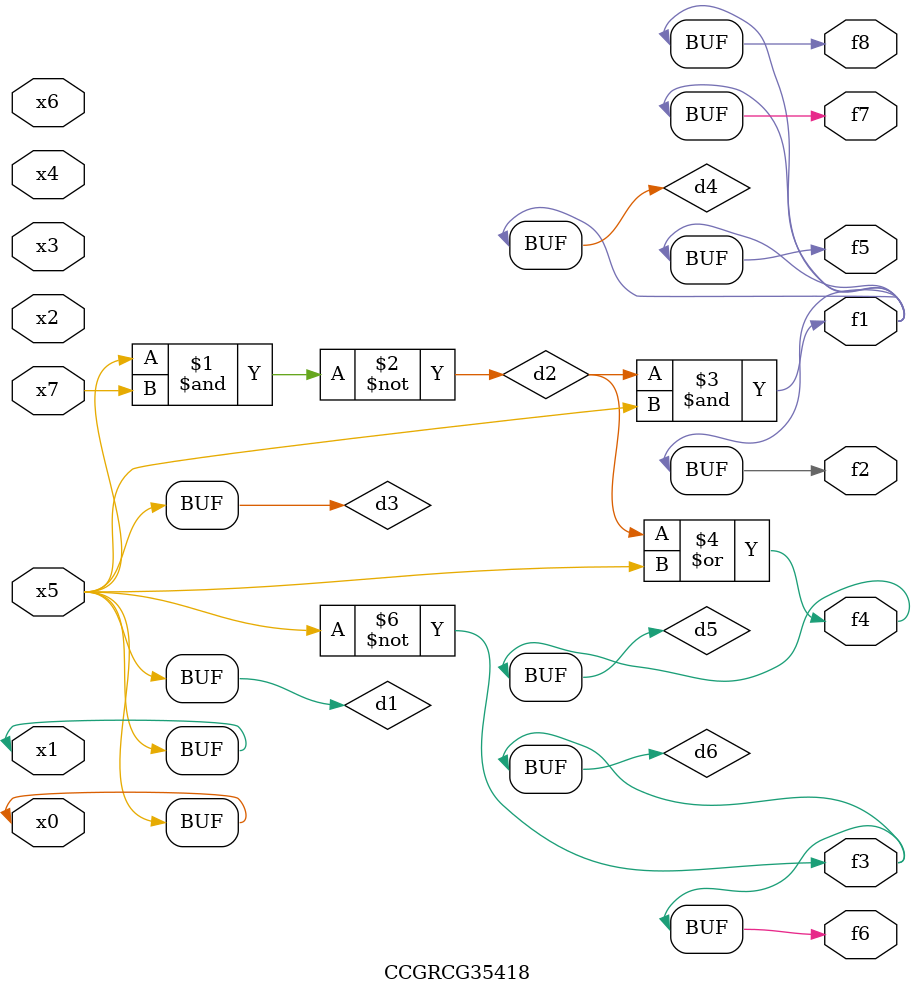
<source format=v>
module CCGRCG35418(
	input x0, x1, x2, x3, x4, x5, x6, x7,
	output f1, f2, f3, f4, f5, f6, f7, f8
);

	wire d1, d2, d3, d4, d5, d6;

	buf (d1, x0, x5);
	nand (d2, x5, x7);
	buf (d3, x0, x1);
	and (d4, d2, d3);
	or (d5, d2, d3);
	nor (d6, d1, d3);
	assign f1 = d4;
	assign f2 = d4;
	assign f3 = d6;
	assign f4 = d5;
	assign f5 = d4;
	assign f6 = d6;
	assign f7 = d4;
	assign f8 = d4;
endmodule

</source>
